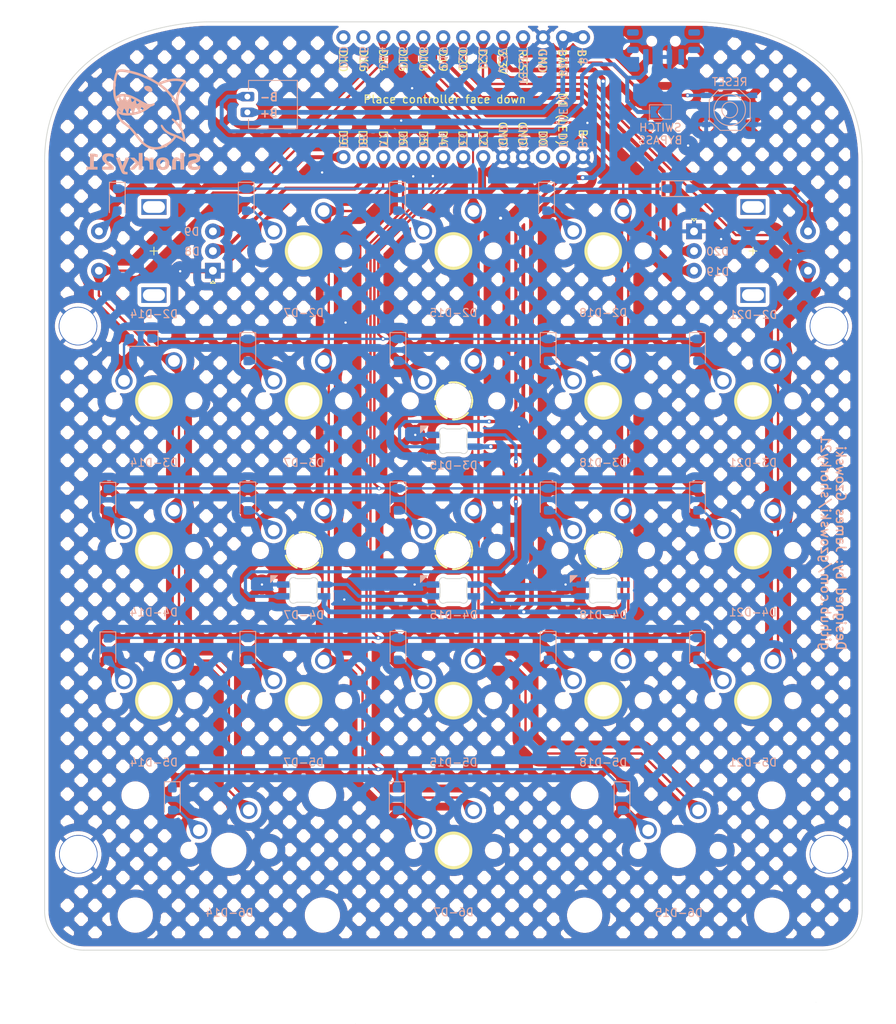
<source format=kicad_pcb>
(kicad_pcb (version 20241229) (generator "pcbnew") (generator_version "9.0")
  (title_block (title "Shorky21") (date "2024-10-05") (rev "1.0") (company "Gzowski.co.uk"))
  (layers (0 "F.Cu" signal) (2 "B.Cu" signal) (13 "F.Paste" user) (15 "B.Paste" user) (5 "F.SilkS" user "F.Silkscreen") (7 "B.SilkS" user "B.Silkscreen") (1 "F.Mask" user) (3 "B.Mask" user) (25 "Edge.Cuts" user))
  (net 0 "")
  (net 1 "GND")
  (net 2 "ROW1")
  (net 3 "ROW2")
  (net 4 "ROW3")
  (net 5 "ROW4")
  (net 6 "COL1")
  (net 7 "COL2")
  (net 8 "COL3")
  (net 9 "COL4")
  (net 10 "COL5")
  (net 11 "d-5")
  (net 12 "BT-")
  (net 13 "d-2")
  (net 14 "LED2")
  (net 15 "LED1")
  (net 16 "ROTA_2")
  (net 17 "ROTA")
  (net 18 "d-1")
  (net 19 "ROTB_2")
  (net 20 "LED3")
  (net 21 "VCC")
  (net 22 "d-3")
  (net 23 "d-4")
  (net 24 "d-8")
  (net 25 "RESET")
  (net 26 "ROTB")
  (net 27 "ROW5")
  (net 28 "LED4")
  (net 29 "d-6")
  (net 30 "d-9")
  (net 31 "d-10")
  (net 32 "d-7")
  (net 33 "d-16")
  (net 34 "d-17")
  (net 35 "BT+")
  (net 36 "d-11")
  (net 37 "d-12")
  (net 38 "d-13")
  (net 39 "d-18")
  (net 40 "d-19")
  (net 41 "d-21")
  (net 42 "d-22")
  (net 43 "d-23")
  (net 44 "d-15")
  (net 45 "d-20")
  (net 46 "d-14")
  (footprint "Button_Switch_Keyboard:SW_Cherry_MX_1.00u_PCB_LABEL" (layer "F.Cu") (at 114.594146 62.829183)
    (property "Reference" "D3-D21" (hide yes))
    (property "Value" "KEYSW")
  )
  (footprint "" (layer "F.Cu") (at 120.510496 125.546485)
    (property "Reference" "")
    (property "Value" "")
  )
  (footprint "Button_Switch_Keyboard:SW_Cherry_MX_1.00u_PCB_LABEL" (layer "F.Cu") (at 76.494146 100.929183)
    (property "Reference" "D5-D15" (hide yes))
    (property "Value" "KEYSW")
  )
  (footprint "Button_Switch_Keyboard:SW_Cherry_MX_1.00u_PCB_LABEL" (layer "F.Cu") (at 38.394146 62.829185)
    (property "Reference" "D3-D14" (hide yes))
    (property "Value" "KEYSW")
  )
  (footprint "Button_Switch_Keyboard:SW_Cherry_MX_2.00u_PCB_none_label" (layer "F.Cu") (at 47.918146 119.961185)
    (property "Reference" "D6-D14" (hide yes))
    (property "Value" "SW_Cherry_MX_2.00u_PCB_none_label")
  )
  (footprint "Button_Switch_Keyboard:SW_Cherry_MX_1.00u_PCB_LED_lines_LED_label" (layer "F.Cu") (at 76.487796 81.851883)
    (property "Reference" "D4-D15" (hide yes))
    (property "Value" "KEYSW" (hide yes))
    (fp_line (start -4.244999 10.857842) (end -4.244999 9.452158) (stroke (width 0.1)) (layer "Edge.Cuts"))
    (fp_line (start -3.339452 8.655) (end -1.750548 8.655) (stroke (width 0.1)) (layer "Edge.Cuts"))
    (fp_line (start -1.750548 11.654999) (end -3.339453 11.654999) (stroke (width 0.1)) (layer "Edge.Cuts"))
    (fp_line (start -0.845001 9.452158) (end -0.845001 10.857842) (stroke (width 0.1)) (layer "Edge.Cuts"))
    (fp_arc (start -4.294484 9.23528) (mid -4.257527 9.340932) (end -4.244999 9.452158) (stroke (width 0.1)) (layer "Edge.Cuts"))
    (fp_arc (start -4.294484 9.235281) (mid -4.183072 8.650965) (end -3.591711 8.586701) (stroke (width 0.1)) (layer "Edge.Cuts"))
    (fp_arc (start -4.244999 10.857843) (mid -4.257527 10.969068) (end -4.294484 11.07472) (stroke (width 0.1)) (layer "Edge.Cuts"))
    (fp_arc (start -3.591711 11.723298) (mid -4.183071 11.659034) (end -4.294484 11.07472) (stroke (width 0.1)) (layer "Edge.Cuts"))
    (fp_arc (start -3.591711 11.723298) (mid -3.470123 11.672376) (end -3.339453 11.654999) (stroke (width 0.1)) (layer "Edge.Cuts"))
    (fp_arc (start -3.339452 8.655) (mid -3.470123 8.637623) (end -3.591711 8.586701) (stroke (width 0.1)) (layer "Edge.Cuts"))
    (fp_arc (start -1.750547 11.655) (mid -1.619877 11.672377) (end -1.498289 11.723299) (stroke (width 0.1)) (layer "Edge.Cuts"))
    (fp_arc (start -1.49829 8.586701) (mid -1.619878 8.637623) (end -1.750548 8.655) (stroke (width 0.1)) (layer "Edge.Cuts"))
    (fp_arc (start -1.498289 8.586703) (mid -0.90693 8.650965) (end -0.795516 9.23528) (stroke (width 0.1)) (layer "Edge.Cuts"))
    (fp_arc (start -0.845001 9.452157) (mid -0.832472 9.340932) (end -0.795516 9.23528) (stroke (width 0.1)) (layer "Edge.Cuts"))
    (fp_arc (start -0.795516 11.07472) (mid -0.906928 11.659037) (end -1.498289 11.723299) (stroke (width 0.1)) (layer "Edge.Cuts"))
    (fp_arc (start -0.795516 11.07472) (mid -0.832481 10.969069) (end -0.845001 10.857842) (stroke (width 0.1)) (layer "Edge.Cuts"))
  )
  (footprint "Button_Switch_Keyboard:SW_Cherry_MX_1.00u_PCB_LABEL" (layer "F.Cu") (at 38.394146 100.929185)
    (property "Reference" "D5-D14" (hide yes))
    (property "Value" "KEYSW")
  )
  (footprint "Button_Switch_Keyboard:SW_Cherry_MX_1.00u_PCB_LABEL" (layer "F.Cu") (at 76.498146 119.971185)
    (property "Reference" "D6-D7" (hide yes))
    (property "Value" "KEYSW")
  )
  (footprint "Button_Switch_Keyboard:SW_Cherry_MX_1.00u_PCB_LABEL" (layer "F.Cu") (at 76.494146 43.779183)
    (property "Reference" "D2-D15" (hide yes))
    (property "Value" "KEYSW")
  )
  (footprint "Button_Switch_Keyboard:SW_Cherry_MX_1.00u_PCB_LABEL" (layer "F.Cu") (at 114.587796 81.851883)
    (property "Reference" "D4-D21" (hide yes))
    (property "Value" "KEYSW")
  )
  (footprint "Rotary_Encoder:RotaryEncoder_Alps_EC11E-Switch_Vertical_H20mm_MX_label2" (layer "F.Cu") (at 104.550496 46.366483)
    (property "Reference" "D2-D21" (hide yes))
    (property "Value" "RotaryEncoder_Alps_EC11E-Switch_Vertical_H20mm_MX_label2" (hide yes))
  )
  (footprint "ClaudeFoot:Pro_Micro_Footprint_CornePME" (layer "F.Cu") (at 73.920496 29.316483 -90)
    (property "Reference" "U1" (hide yes))
    (property "Value" "Universal_Pro_Micro")
  )
  (footprint "Button_Switch_Keyboard:SW_Cherry_MX_1.00u_PCB_LABEL" (layer "F.Cu") (at 95.544146 43.779183)
    (property "Reference" "D2-D18" (hide yes))
    (property "Value" "KEYSW")
  )
  (footprint "Button_Switch_Keyboard:SW_Cherry_MX_1.00u_PCB_LED_lines_LED_label" (layer "F.Cu") (at 57.431446 81.851885)
    (property "Reference" "D4-D7" (hide yes))
    (property "Value" "KEYSW" (hide yes))
    (fp_line (start -4.244999 10.857842) (end -4.244999 9.452158) (stroke (width 0.1)) (layer "Edge.Cuts"))
    (fp_line (start -3.339452 8.655) (end -1.750548 8.655) (stroke (width 0.1)) (layer "Edge.Cuts"))
    (fp_line (start -1.750548 11.654999) (end -3.339453 11.654999) (stroke (width 0.1)) (layer "Edge.Cuts"))
    (fp_line (start -0.845001 9.452158) (end -0.845001 10.857842) (stroke (width 0.1)) (layer "Edge.Cuts"))
    (fp_arc (start -4.294484 9.23528) (mid -4.257527 9.340932) (end -4.244999 9.452158) (stroke (width 0.1)) (layer "Edge.Cuts"))
    (fp_arc (start -4.294484 9.235281) (mid -4.183072 8.650965) (end -3.591711 8.586701) (stroke (width 0.1)) (layer "Edge.Cuts"))
    (fp_arc (start -4.244999 10.857843) (mid -4.257527 10.969068) (end -4.294484 11.07472) (stroke (width 0.1)) (layer "Edge.Cuts"))
    (fp_arc (start -3.591711 11.723298) (mid -4.183071 11.659034) (end -4.294484 11.07472) (stroke (width 0.1)) (layer "Edge.Cuts"))
    (fp_arc (start -3.591711 11.723298) (mid -3.470123 11.672376) (end -3.339453 11.654999) (stroke (width 0.1)) (layer "Edge.Cuts"))
    (fp_arc (start -3.339452 8.655) (mid -3.470123 8.637623) (end -3.591711 8.586701) (stroke (width 0.1)) (layer "Edge.Cuts"))
    (fp_arc (start -1.750547 11.655) (mid -1.619877 11.672377) (end -1.498289 11.723299) (stroke (width 0.1)) (layer "Edge.Cuts"))
    (fp_arc (start -1.49829 8.586701) (mid -1.619878 8.637623) (end -1.750548 8.655) (stroke (width 0.1)) (layer "Edge.Cuts"))
    (fp_arc (start -1.498289 8.586703) (mid -0.90693 8.650965) (end -0.795516 9.23528) (stroke (width 0.1)) (layer "Edge.Cuts"))
    (fp_arc (start -0.845001 9.452157) (mid -0.832472 9.340932) (end -0.795516 9.23528) (stroke (width 0.1)) (layer "Edge.Cuts"))
    (fp_arc (start -0.795516 11.07472) (mid -0.906928 11.659037) (end -1.498289 11.723299) (stroke (width 0.1)) (layer "Edge.Cuts"))
    (fp_arc (start -0.795516 11.07472) (mid -0.832481 10.969069) (end -0.845001 10.857842) (stroke (width 0.1)) (layer "Edge.Cuts"))
  )
  (footprint "Button_Switch_Keyboard:SW_Cherry_MX_1.00u_PCB_LABEL" (layer "F.Cu") (at 38.387796 81.851885)
    (property "Reference" "D4-D14" (hide yes))
    (property "Value" "KEYSW")
  )
  (footprint "Button_Switch_Keyboard:SW_Cherry_MX_1.00u_PCB_LABEL" (layer "F.Cu") (at 57.437796 43.779185)
    (property "Reference" "D2-D7" (hide yes))
    (property "Value" "KEYSW")
  )
  (footprint "Button_Switch_Keyboard:SW_Cherry_MX_1.00u_PCB_LED_lines_LED_label" (layer "F.Cu") (at 76.494146 62.829183)
    (property "Reference" "D3-D15" (hide yes))
    (property "Value" "KEYSW" (hide yes))
    (fp_line (start -4.244999 10.857842) (end -4.244999 9.452158) (stroke (width 0.1)) (layer "Edge.Cuts"))
    (fp_line (start -3.339452 8.655) (end -1.750548 8.655) (stroke (width 0.1)) (layer "Edge.Cuts"))
    (fp_line (start -1.750548 11.654999) (end -3.339453 11.654999) (stroke (width 0.1)) (layer "Edge.Cuts"))
    (fp_line (start -0.845001 9.452158) (end -0.845001 10.857842) (stroke (width 0.1)) (layer "Edge.Cuts"))
    (fp_arc (start -4.294484 9.23528) (mid -4.257527 9.340932) (end -4.244999 9.452158) (stroke (width 0.1)) (layer "Edge.Cuts"))
    (fp_arc (start -4.294484 9.235281) (mid -4.183072 8.650965) (end -3.591711 8.586701) (stroke (width 0.1)) (layer "Edge.Cuts"))
    (fp_arc (start -4.244999 10.857843) (mid -4.257527 10.969068) (end -4.294484 11.07472) (stroke (width 0.1)) (layer "Edge.Cuts"))
    (fp_arc (start -3.591711 11.723298) (mid -4.183071 11.659034) (end -4.294484 11.07472) (stroke (width 0.1)) (layer "Edge.Cuts"))
    (fp_arc (start -3.591711 11.723298) (mid -3.470123 11.672376) (end -3.339453 11.654999) (stroke (width 0.1)) (layer "Edge.Cuts"))
    (fp_arc (start -3.339452 8.655) (mid -3.470123 8.637623) (end -3.591711 8.586701) (stroke (width 0.1)) (layer "Edge.Cuts"))
    (fp_arc (start -1.750547 11.655) (mid -1.619877 11.672377) (end -1.498289 11.723299) (stroke (width 0.1)) (layer "Edge.Cuts"))
    (fp_arc (start -1.49829 8.586701) (mid -1.619878 8.637623) (end -1.750548 8.655) (stroke (width 0.1)) (layer "Edge.Cuts"))
    (fp_arc (start -1.498289 8.586703) (mid -0.90693 8.650965) (end -0.795516 9.23528) (stroke (width 0.1)) (layer "Edge.Cuts"))
    (fp_arc (start -0.845001 9.452157) (mid -0.832472 9.340932) (end -0.795516 9.23528) (stroke (width 0.1)) (layer "Edge.Cuts"))
    (fp_arc (start -0.795516 11.07472) (mid -0.906928 11.659037) (end -1.498289 11.723299) (stroke (width 0.1)) (layer "Edge.Cuts"))
    (fp_arc (start -0.795516 11.07472) (mid -0.832481 10.969069) (end -0.845001 10.857842) (stroke (width 0.1)) (layer "Edge.Cuts"))
  )
  (footprint "" (layer "F.Cu") (at 120.510496 58.406483)
    (property "Reference" "")
    (property "Value" "")
  )
  (footprint "Button_Switch_Keyboard:SW_Cherry_MX_1.00u_PCB_LABEL" (layer "F.Cu") (at 114.594146 100.929183)
    (property "Reference" "D5-D21" (hide yes))
    (property "Value" "KEYSW")
  )
  (footprint "Button_Switch_Keyboard:SW_Cherry_MX_1.00u_PCB_LABEL" (layer "F.Cu") (at 57.437796 62.829185)
    (property "Reference" "D3-D7" (hide yes))
    (property "Value" "KEYSW")
  )
  (footprint "Button_Switch_Keyboard:SW_Cherry_MX_1.00u_PCB_LABEL" (layer "F.Cu") (at 95.544146 62.829183)
    (property "Reference" "D3-D18" (hide yes))
    (property "Value" "KEYSW")
  )
  (footprint "" (layer "F.Cu") (at 27.430496 125.546483)
    (property "Reference" "")
    (property "Value" "")
  )
  (footprint "Rotary_Encoder:RotaryEncoder_Alps_EC11E-Switch_Vertical_H20mm_MX_label2" (layer "F.Cu") (at 43.350496 51.366483 180)
    (property "Reference" "D2-D14" (hide yes))
    (property "Value" "RotaryEncoder_Alps_EC11E-Switch_Vertical_H20mm_MX_label2" (hide yes))
  )
  (footprint "" (layer "F.Cu") (at 27.390496 58.406481)
    (property "Reference" "")
    (property "Value" "")
  )
  (footprint "Button_Switch_Keyboard:SW_Cherry_MX_2.00u_PCB_none_label" (layer "F.Cu") (at 105.078146 119.971185)
    (property "Reference" "D6-D15" (hide yes))
    (property "Value" "SW_Cherry_MX_2.00u_PCB_none_label")
  )
  (footprint "Button_Switch_Keyboard:SW_Cherry_MX_1.00u_PCB_LABEL" (layer "F.Cu") (at 57.437796 100.929185)
    (property "Reference" "D5-D7" (hide yes))
    (property "Value" "KEYSW")
  )
  (footprint "Button_Switch_Keyboard:SW_Cherry_MX_1.00u_PCB_LABEL" (layer "F.Cu") (at 95.544146 100.929183)
    (property "Reference" "D5-D18" (hide yes))
    (property "Value" "KEYSW")
  )
  (footprint "Button_Switch_Keyboard:SW_Cherry_MX_1.00u_PCB_LED_lines_LED_label" (layer "F.Cu") (at 95.537796 81.851883)
    (property "Reference" "D4-D18" (hide yes))
    (property "Value" "KEYSW" (hide yes))
    (fp_line (start -4.244999 10.857842) (end -4.244999 9.452158) (stroke (width 0.1)) (layer "Edge.Cuts"))
    (fp_line (start -3.339452 8.655) (end -1.750548 8.655) (stroke (width 0.1)) (layer "Edge.Cuts"))
    (fp_line (start -1.750548 11.654999) (end -3.339453 11.654999) (stroke (width 0.1)) (layer "Edge.Cuts"))
    (fp_line (start -0.845001 9.452158) (end -0.845001 10.857842) (stroke (width 0.1)) (layer "Edge.Cuts"))
    (fp_arc (start -4.294484 9.23528) (mid -4.257527 9.340932) (end -4.244999 9.452158) (stroke (width 0.1)) (layer "Edge.Cuts"))
    (fp_arc (start -4.294484 9.235281) (mid -4.183072 8.650965) (end -3.591711 8.586701) (stroke (width 0.1)) (layer "Edge.Cuts"))
    (fp_arc (start -4.244999 10.857843) (mid -4.257527 10.969068) (end -4.294484 11.07472) (stroke (width 0.1)) (layer "Edge.Cuts"))
    (fp_arc (start -3.591711 11.723298) (mid -4.183071 11.659034) (end -4.294484 11.07472) (stroke (width 0.1)) (layer "Edge.Cuts"))
    (fp_arc (start -3.591711 11.723298) (mid -3.470123 11.672376) (end -3.339453 11.654999) (stroke (width 0.1)) (layer "Edge.Cuts"))
    (fp_arc (start -3.339452 8.655) (mid -3.470123 8.637623) (end -3.591711 8.586701) (stroke (width 0.1)) (layer "Edge.Cuts"))
    (fp_arc (start -1.750547 11.655) (mid -1.619877 11.672377) (end -1.498289 11.723299) (stroke (width 0.1)) (layer "Edge.Cuts"))
    (fp_arc (start -1.49829 8.586701) (mid -1.619878 8.637623) (end -1.750548 8.655) (stroke (width 0.1)) (layer "Edge.Cuts"))
    (fp_arc (start -1.498289 8.586703) (mid -0.90693 8.650965) (end -0.795516 9.23528) (stroke (width 0.1)) (layer "Edge.Cuts"))
    (fp_arc (start -0.845001 9.452157) (mid -0.832472 9.340932) (end -0.795516 9.23528) (stroke (width 0.1)) (layer "Edge.Cuts"))
    (fp_arc (start -0.795516 11.07472) (mid -0.906928 11.659037) (end -1.498289 11.723299) (stroke (width 0.1)) (layer "Edge.Cuts"))
    (fp_arc (start -0.795516 11.07472) (mid -0.832481 10.969069) (end -0.845001 10.857842) (stroke (width 0.1)) (layer "Edge.Cuts"))
  )
  (footprint "Diode_SMD:D_SOD-123F" (layer "B.Cu") (at 66.833496 42.339483 -90)
    (property "Reference" "SD9" (hide yes))
    (property "Value" "1N4148W")
  )
  (footprint "Diode_SMD:D_SOD-123F" (layer "B.Cu") (at 66.790496 118.536483 -90)
    (property "Reference" "SD9" (hide yes))
    (property "Value" "1N4148W")
  )
  (footprint "Diode_SMD:D_SOD-123F" (layer "B.Cu") (at 104.990496 99.436483 -90)
    (property "Reference" "SD9" (hide yes))
    (property "Value" "1N4148W")
  )
  (footprint "Symbol:PTS526" (layer "B.Cu") (at 109.092996 30.928483 180)
    (property "Reference" "RESET")
    (property "Value" "PTS526")
  )
  (footprint "Diode_SMD:D_SOD-123F" (layer "B.Cu") (at 85.990496 99.436483 -90)
    (property "Reference" "SD9" (hide yes))
    (property "Value" "1N4148W")
  )
  (footprint "Diode_SMD:D_SOD-123F" (layer "B.Cu") (at 85.790496 42.336483 -90)
    (property "Reference" "SD9" (hide yes))
    (property "Value" "1N4148W")
  )
  (footprint "Diode_SMD:D_SOD-123F" (layer "B.Cu") (at 102.626996 40.937483)
    (property "Reference" "SD9" (hide yes))
    (property "Value" "1N4148W")
  )
  (footprint "Diode_SMD:D_SOD-123F" (layer "B.Cu") (at 85.990496 61.436483 -90)
    (property "Reference" "SD9" (hide yes))
    (property "Value" "1N4148W")
  )
  (footprint "Diode_SMD:D_SOD-123F" (layer "B.Cu") (at 29.990496 99.486483 -90)
    (property "Reference" "SD9" (hide yes))
    (property "Value" "1N4148W")
  )
  (footprint "Diode_SMD:D_SOD-123F" (layer "B.Cu") (at 104.990496 61.436483 -90)
    (property "Reference" "SD9" (hide yes))
    (property "Value" "1N4148W")
  )
  (footprint "Diode_SMD:D_SOD-123F" (layer "B.Cu") (at 34.160996 59.979483 180)
    (property "Reference" "SD9" (hide yes))
    (property "Value" "1N4148W")
  )
  (footprint "Diode_SMD:D_SOD-123F" (layer "B.Cu") (at 31.190496 42.336483 -90)
    (property "Reference" "SD9" (hide yes))
    (property "Value" "1N4148W" (hide yes))
  )
  (footprint "Diode_SMD:D_SOD-123F" (layer "B.Cu") (at 104.990496 80.436483 -90)
    (property "Reference" "SD9" (hide yes))
    (property "Value" "1N4148W")
  )
  (footprint "ClaudeFoot:MSK-12C02 Toggle Switch" (layer "B.Cu") (at 100.67 22.52)
    (property "Reference" "SW43" (hide yes))
    (property "Value" "PCM12SMTR")
  )
  (footprint "Diode_SMD:D_SOD-123F" (layer "B.Cu") (at 47.590496 42.336483 -90)
    (property "Reference" "SD9" (hide yes))
    (property "Value" "1N4148W")
  )
  (footprint "Diode_SMD:D_SOD-123F" (layer "B.Cu") (at 66.890496 61.436483 -90)
    (property "Reference" "SD9" (hide yes))
    (property "Value" "1N4148W")
  )
  (footprint "Diode_SMD:D_SOD-123F" (layer "B.Cu") (at 47.790496 80.436483 -90)
    (property "Reference" "SD9" (hide yes))
    (property "Value" "1N4148W")
  )
  (footprint "Diode_SMD:D_SOD-123F" (layer "B.Cu") (at 66.890496 80.436483 -90)
    (property "Reference" "SD9" (hide yes))
    (property "Value" "1N4148W")
  )
  (footprint "Diode_SMD:D_SOD-123F" (layer "B.Cu") (at 47.790496 99.436483 -90)
    (property "Reference" "SD9" (hide yes))
    (property "Value" "1N4148W")
  )
  (footprint "" (layer "B.Cu") (at 99.52 31.19)
    (property "Reference" "")
    (property "Value" "")
  )
  (footprint "Diode_SMD:D_SOD-123F" (layer "B.Cu") (at 95.390496 118.536483 -90)
    (property "Reference" "SD9" (hide yes))
    (property "Value" "1N4148W")
  )
  (footprint "Diode_SMD:D_SOD-123F" (layer "B.Cu") (at 66.890496 99.436483 -90)
    (property "Reference" "SD9" (hide yes))
    (property "Value" "1N4148W")
  )
  (footprint "ClaudeFoot:PH_S2B-PH2-K_1x02_P2.00mm_Horizontal" (layer "B.Cu") (at 47.740496 30.236483 -90)
    (property "Reference" "J2" (hide yes))
    (property "Value" "Conn_01x02_Socket")
  )
  (footprint "Diode_SMD:D_SOD-123F" (layer "B.Cu") (at 85.990496 80.436483 -90)
    (property "Reference" "SD9" (hide yes))
    (property "Value" "1N4148W")
  )
  (footprint "Diode_SMD:D_SOD-123F" (layer "B.Cu") (at 29.990496 80.486483 -90)
    (property "Reference" "SD9" (hide yes))
    (property "Value" "1N4148W")
  )
  (footprint "" (layer "B.Cu") (at 100.970001 31.190001)
    (property "Reference" "")
    (property "Value" "")
  )
  (footprint "Diode_SMD:D_SOD-123F" (layer "B.Cu") (at 38.190496 118.536483 -90)
    (property "Reference" "SD9" (hide yes))
    (property "Value" "1N4148W")
  )
  (footprint "Diode_SMD:D_SOD-123F" (layer "B.Cu") (at 47.790496 61.436483 -90)
    (property "Reference" "SD9" (hide yes))
    (property "Value" "1N4148W")
  )
  (footprint "LOGO" (layer "B.Cu") (at 35.276996 30.787483 180)
    (property "Reference" "G***" (hide yes))
    (property "Value" "LOGO" (hide yes))
  )
  (gr_rect (start 98.880001 30.280001) (end 101.660001 32.120001) (stroke (width 0.1)) (fill no) (layer "B.SilkS"))
  (gr_curve (pts (xy 21.940496 37.506483) (xy 21.940496 19.736483) (xy 42.540496 19.736483) (xy 42.540496 19.736483)) (stroke (width 0.1)) (layer "Edge.Cuts"))
  (gr_line (start 125.940496 132.736483) (end 125.940496 37.506483) (stroke (width 0.1)) (layer "Edge.Cuts"))
  (gr_line (start 120.940496 137.736483) (end 26.940496 137.736483) (stroke (width 0.1)) (layer "Edge.Cuts"))
  (gr_line (start 42.540496 19.736483) (end 105.340496 19.736483) (stroke (width 0.1)) (layer "Edge.Cuts"))
  (gr_line (start 21.940496 132.736483) (end 21.940496 37.506483) (stroke (width 0.1)) (layer "Edge.Cuts"))
  (gr_arc (start 125.940496 132.736483) (mid 124.47603 136.272017) (end 120.940496 137.736483) (stroke (width 0.1)) (layer "Edge.Cuts"))
  (gr_arc (start 26.940496 137.736483) (mid 23.404962 136.272017) (end 21.940496 132.736483) (stroke (width 0.1)) (layer "Edge.Cuts"))
  (gr_curve (pts (xy 125.940496 37.506483) (xy 125.940496 19.736483) (xy 105.340496 19.736483) (xy 105.340496 19.736483)) (stroke (width 0.1)) (layer "Edge.Cuts"))
  (gr_curve (pts (xy 61.479599 147.110785) (xy 61.479599 147.110785) (xy 61.479599 147.110785) (xy 61.479599 147.110785)) (stroke (width 0.05)) (layer "Edge.Cuts"))
  (gr_curve (pts (xy 120.058151 144.351787) (xy 120.058151 144.351787) (xy 120.058151 144.351787) (xy 120.058151 144.351787)) (stroke (width 0.05)) (layer "Edge.Cuts"))
  (gr_text "D16" (at 61.920496 23.116483 270) (layer "F.SilkS") (effects (font (size 1 1)) (justify left bottom)))
  (gr_text "D10\n" (at 59.320496 23.116483 270) (layer "F.SilkS") (effects (font (size 1 1)) (justify left bottom)))
  (gr_text "D9" (at 59.320496 35.516483 270) (layer "F.SilkS") (effects (font (size 1 1)) (justify right bottom)))
  (gr_text "B-" (at 89.836996 34.484483 270) (layer "F.SilkS") (effects (font (size 1 1)) (justify bottom)))
  (gr_text "D8" (at 61.820496 35.516483 270) (layer "F.SilkS") (effects (font (size 1 1)) (justify right bottom)))
  (gr_text "Place controller face down" (at 62.404996 30.166483 0) (layer "F.SilkS") (effects (font (size 1 1)) (justify left bottom)))
  (gr_text "D1 (LED)" (at 87.296996 28.896483 -90) (layer "B.SilkS") (effects (font (size 1 1)) (justify right bottom mirror)))
  (gr_text "D9" (at 41.726996 46.987483 0) (layer "B.SilkS") (effects (font (size 1 1)) (justify left bottom mirror)))
  (gr_text "BAT+" (at 87.296996 26.864483 -90) (layer "B.SilkS") (effects (font (size 1 1)) (justify left bottom mirror)))
  (gr_text "D8" (at 41.776996 49.512483 0) (layer "B.SilkS") (effects (font (size 1 1)) (justify left bottom mirror)))
  (gr_text "D0" (at 84.753496 33.722483 -90) (layer "B.SilkS") (effects (font (size 1 1)) (justify right bottom mirror)))
  (gr_text "D8" (at 61.853496 33.839483 -90) (layer "B.SilkS") (effects (font (size 1 1)) (justify right bottom mirror)))
  (gr_text "B-" (at 89.783496 34.738483 -90) (layer "B.SilkS") (effects (font (size 1 1)) (justify bottom mirror)))
  (gr_text "B+" (at 89.836996 24.070483 -90) (layer "B.SilkS") (effects (font (size 1 1)) (justify bottom mirror)))
  (gr_text "Designed by: James Gzowski\ngithub.com/gzowski/shorky21" (at 120.583496 99.769483 270) (layer "B.SilkS") (effects (font (size 1.2 1.2) (thickness 0.2) (bold yes)) (justify left bottom mirror)))
  (gr_text "D5" (at 69.553496 33.789483 -90) (layer "B.SilkS") (effects (font (size 1 1)) (justify right bottom mirror)))
  (gr_text "D10\n" (at 59.353496 25.798483 -90) (layer "B.SilkS") (effects (font (size 1 1)) (justify left bottom mirror)))
  (gr_text "D4" (at 72.053496 33.789483 -90) (layer "B.SilkS") (effects (font (size 1 1)) (justify right bottom mirror)))
  (gr_text "B+" (at 50.466996 31.944483 0) (layer "B.SilkS") (effects (font (size 1 1) (thickness 0.2) (bold yes)) (justify bottom mirror)))
  (gr_text "GND" (at 79.676996 32.706483 -90) (layer "B.SilkS") (effects (font (size 1 1)) (justify right bottom mirror)))
  (gr_text "D2" (at 77.153496 33.789483 -90) (layer "B.SilkS") (effects (font (size 1 1)) (justify right bottom mirror)))
  (gr_text "D15" (at 66.953496 25.848483 -90) (layer "B.SilkS") (effects (font (size 1 1)) (justify left bottom mirror)))
  (gr_text "Shorky21" (at 41.951996 38.862483 0) (layer "B.SilkS") (effects (font (size 2 2)) (justify left bottom mirror)))
  (gr_text "D9" (at 59.353496 33.839483 -90) (layer "B.SilkS") (effects (font (size 1 1)) (justify right bottom mirror)))
  (gr_text "D14" (at 64.453496 25.848483 -90) (layer "B.SilkS") (effects (font (size 1 1)) (justify left bottom mirror)))
  (gr_text "D18" (at 69.553496 25.848483 -90) (layer "B.SilkS") (effects (font (size 1 1)) (justify left bottom mirror)))
  (gr_text "D3" (at 74.553496 33.789483 -90) (layer "B.SilkS") (effects (font (size 1 1)) (justify right bottom mirror)))
  (gr_text "D16" (at 61.953496 25.798483 -90) (layer "B.SilkS") (effects (font (size 1 1)) (justify left bottom mirror)))
  (gr_text "D20" (at 109.101996 49.512483 0) (layer "B.SilkS") (effects (font (size 1 1)) (justify left bottom mirror)))
  (gr_text "D19" (at 72.053496 25.848483 -90) (layer "B.SilkS") (effects (font (size 1 1)) (justify left bottom mirror)))
  (gr_text "GND" (at 84.673496 26.209483 -90) (layer "B.SilkS") (effects (font (size 1 1)) (justify left bottom mirror)))
  (gr_text "D19" (at 109.126996 52.087483 0) (layer "B.SilkS") (effects (font (size 1 1)) (justify left bottom mirror)))
  (gr_text "D6" (at 66.953496 33.789483 -90) (layer "B.SilkS") (effects (font (size 1 1)) (justify right bottom mirror)))
  (gr_text "SWITCH\nBYPASS" (at 100.26 35.37 0) (layer "B.SilkS") (effects (font (size 1 1)) (justify bottom mirror)))
  (gr_text "3.3V" (at 79.653496 26.356483 -90) (layer "B.SilkS") (effects (font (size 1 1)) (justify left bottom mirror)))
  (gr_text "RESET" (at 82.216996 27.626483 -90) (layer "B.SilkS") (effects (font (size 1 1)) (justify left bottom mirror)))
  (gr_text "GND" (at 82.216996 32.706483 -90) (layer "B.SilkS") (effects (font (size 1 1)) (justify right bottom mirror)))
  (gr_text "D21" (at 77.093496 25.848483 -90) (layer "B.SilkS") (effects (font (size 1 1)) (justify left bottom mirror)))
  (gr_text "D7" (at 64.453496 33.789483 -90) (layer "B.SilkS") (effects (font (size 1 1)) (justify right bottom mirror)))
  (gr_text "D20" (at 74.553496 25.848483 -90) (layer "B.SilkS") (effects (font (size 1 1)) (justify left bottom mirror)))
  (segment (start 43.280496 51.436483) (end 39.190496 51.436483) (width 0.5) (layer "F.Cu") (net 1))
  (segment (start 82.780496 37.246483) (end 82.780496 36.966483) (width 0.5) (layer "F.Cu") (net 1))
  (segment (start 104.580496 46.336483) (end 104.550496 46.366483) (width 0.5) (layer "F.Cu") (net 1))
  (segment (start 106.990496 46.336483) (end 104.580496 46.336483) (width 0.5) (layer "F.Cu") (net 1))
  (segment (start 82.780496 36.966483) (end 82.810496 36.936483) (width 0.5) (layer "F.Cu") (net 1))
  (segment (start 43.350496 51.366483) (end 43.280496 51.436483) (width 0.5) (layer "F.Cu") (net 1))
  (segment (start 107.996746 47.342733) (end 106.990496 46.336483) (width 0.5) (layer "F.Cu") (net 1))
  (via (at 78.863496 93.509483) (size 0.6) (drill 0.3) (layers "F.Cu" "B.Cu") (net 1))
  (via (at 67.3 32.29) (size 0.6) (drill 0.3) (layers "F.Cu" "B.Cu") (net 1))
  (via (at 57.243496 38.879483) (size 0.6) (drill 0.3) (layers "F.Cu" "B.Cu") (net 1))
  (via (at 49.590496 91.256885) (size 0.5) (drill 0.3) (layers "F.Cu" "B.Cu") (net 1))
  (via (at 107.996746 47.342733) (size 0.5) (drill 0.3) (layers "F.Cu" "B.Cu") (net 1))
  (via (at 71.333496 39.339483) (size 0.6) (drill 0.3) (layers "F.Cu" "B.Cu") (net 1))
  (via (at 69.010896 91.256883) (size 0.5) (drill 0.3) (layers "F.Cu" "B.Cu") (net 1))
  (via (at 60.063496 93.159483) (size 0.6) (drill 0.3) (layers "F.Cu" "B.Cu") (net 1))
  (via (at 90.99 32.58) (size 0.6) (drill 0.3) (layers "F.Cu" "B.Cu") (net 1))
  (via (at 88.210896 91.256883) (size 0.5) (drill 0.3) (layers "F.Cu" "B.Cu") (net 1))
  (via (at 60.226996 57.962483) (size 0.6) (drill 0.3) (layers "F.Cu" "B.Cu") (net 1))
  (via (at 68.833496 39.369483) (size 0.6) (drill 0.3) (layers "F.Cu" "B.Cu") (net 1))
  (via (at 39.190496 51.436483) (size 0.5) (drill 0.3) (layers "F.Cu" "B.Cu") (net 1))
  (via (at 82.313496 71.189483) (size 0.6) (drill 0.3) (layers "F.Cu" "B.Cu") (net 1))
  (via (at 68.693496 28.169483) (size 0.6) (drill 0.3) (layers "F.Cu" "B.Cu") (net 1))
  (via (at 69.090496 72.236483) (size 0.5) (drill 0.3) (layers "F.Cu" "B.Cu") (net 1))
  (via (at 103.8 35.46) (size 0.6) (drill 0.3) (layers "F.Cu" "B.Cu") (net 1))
  (via (at 79.940496 44.686483) (size 0.6) (drill 0.4) (layers "F.Cu" "B.Cu") (net 1))
  (segment (start 90.400496 36.906483) (end 90.430496 36.936483) (width 0.5) (layer "B.Cu") (net 1))
  (segment (start 68.990496 91.236483) (end 69.010896 91.256883) (width 0.3) (layer "B.Cu") (net 1))
  (segment (start 90.392796 91.256883) (end 88.210896 91.256883) (width 0.3) (layer "B.Cu") (net 1))
  (segment (start 71.349146 72.234183) (end 69.092796 72.234183) (width 0.3) (layer "B.Cu") (net 1))
  (segment (start 112.092996 32.778483) (end 106.092996 32.778483) (width 0.3) (layer "B.Cu") (net 1))
  (segment (start 71.342796 91.256883) (end 69.010896 91.256883) (width 0.3) (layer "B.Cu") (net 1))
  (segment (start 52.286446 91.256885) (end 49.590496 91.256885) (width 0.3) (layer "B.Cu") (net 1))
  (segment (start 69.092796 72.234183) (end 69.090496 72.236483) (width 0.3) (layer "B.Cu") (net 1))
  (segment (start 88.190496 91.236483) (end 88.210896 91.256883) (width 0.3) (layer "B.Cu") (net 1))
  (segment (start 49.490496 91.236483) (end 49.510898 91.256885) (width 0.3) (layer "B.Cu") (net 1))
  (segment (start 85.350496 21.696483) (end 85.320496 21.726483) (width 0.5) (layer "B.Cu") (net 1))
  (segment (start 49.590496 91.256885) (end 49.510898 91.256885) (width 0.3) (layer "B.Cu") (net 1))
  (segment (start 31.190496 40.936483) (end 31.490496 40.636483) (width 0.3) (layer "B.Cu") (net 2))
  (segment (start 85.890496 41.036483) (end 85.790496 40.936483) (width 0.2) (layer "B.Cu") (net 2))
  (segment (start 77.690496 40.936483) (end 77.890496 40.936483) (width 0.3) (layer "B.Cu") (net 2))
  (segment (start 66.833496 40.939483) (end 77.887496 40.939483) (width 0.3) (layer "B.Cu") (net 2))
  (segment (start 85.964496 40.962483) (end 85.890496 41.036483) (width 0.3) (layer "B.Cu") (net 2))
  (segment (start 77.887496 40.939483) (end 77.890496 40.936483) (width 0.3) (layer "B.Cu") (net 2))
  (segment (start 77.730496 36.936483) (end 77.700496 36.966483) (width 0.3) (layer "B.Cu") (net 2))
  (segment (start 77.700496 36.966483) (end 77.700496 40.926483) (width 0.3) (layer "B.Cu") (net 2))
  (segment (start 77.700496 40.926483) (end 77.690496 40.936483) (width 0.3) (layer "B.Cu") (net 2))
  (segment (start 100.790496 40.936483) (end 100.940496 41.086483) (width 0.3) (layer "B.Cu") (net 2))
  (segment (start 101.240496 41.036483) (end 101.166496 40.962483) (width 0.3) (layer "B.Cu") (net 2))
  (segment (start 31.190496 40.936483) (end 47.590496 40.936483) (width 0.3) (layer "B.Cu") (net 2))
  (segment (start 64.393496 40.939483) (end 66.833496 40.939483) (width 0.3) (layer "B.Cu") (net 2))
  (segment (start 47.590496 40.936483) (end 64.390496 40.936483) (width 0.3) (layer "B.Cu") (net 2))
  (segment (start 101.166496 40.962483) (end 85.964496 40.962483) (width 0.3) (layer "B.Cu") (net 2))
  (segment (start 77.890496 40.936483) (end 85.790496 40.936483) (width 0.3) (layer "B.Cu") (net 2))
  (segment (start 31.490496 40.636483) (end 31.590496 40.636483) (width 0.3) (layer "B.Cu") (net 2))
  (segment (start 64.390496 40.936483) (end 64.393496 40.939483) (width 0.3) (layer "B.Cu") (net 2))
  (segment (start 75.160496 38.166483) (end 64.393496 48.933483) (width 0.3) (layer "F.Cu") (net 3))
  (segment (start 64.393496 59.439483) (end 64.990496 60.036483) (width 0.3) (layer "F.Cu") (net 3))
  (segment (start 75.160496 36.966483) (end 75.160496 38.166483) (width 0.3) (layer "F.Cu") (net 3))
  (segment (start 75.190496 36.936483) (end 75.160496 36.966483) (width 0.3) (layer "F.Cu") (net 3))
  (segment (start 64.393496 48.933483) (end 64.393496 59.439483) (width 0.3) (layer "F.Cu") (net 3))
  (via (at 64.990496 60.036483) (size 0.5) (drill 0.3) (layers "F.Cu" "B.Cu") (net 3))
  (segment (start 47.790496 60.036483) (end 66.890496 60.036483) (width 0.3) (layer "B.Cu") (net 3))
  (segment (start 47.790496 60.036483) (end 35.617996 60.036483) (width 0.3) (layer "B.Cu") (net 3))
  (segment (start 66.890496 60.036483) (end 85.990496 60.036483) (width 0.3) (layer "B.Cu") (net 3))
  (segment (start 35.617996 60.036483) (end 35.560996 59.979483) (width 0.3) (layer "B.Cu") (net 3))
  (segment (start 85.990496 60.036483) (end 104.990496 60.036483) (width 0.3) (layer "B.Cu") (net 3))
  (segment (start 63.892496 48.725963) (end 63.892496 78.438483) (width 0.3) (layer "F.Cu") (net 4))
  (segment (start 72.650496 36.936483) (end 72.620496 36.966483) (width 0.3) (layer "F.Cu") (net 4))
  (segment (start 72.620496 36.966483) (end 72.620496 39.997963) (width 0.3) (layer "F.Cu") (net 4))
  (segment (start 63.892496 78.438483) (end 64.490496 79.036483) (width 0.3) (layer "F.Cu") (net 4))
  (segment (start 72.620496 39.997963) (end 63.892496 48.725963) (width 0.3) (layer "F.Cu") (net 4))
  (via (at 64.490496 79.036483) (size 0.5) (drill 0.3) (layers "F.Cu" "B.Cu") (net 4))
  (segment (start 104.990496 79.036483) (end 85.990496 79.036483) (width 0.3) (layer "B.Cu") (net 4))
  (segment (start 66.890496 79.036483) (end 47.790496 79.036483) (width 0.3) (layer "B.Cu") (net 4))
  (segment (start 30.040496 79.036483) (end 29.990496 79.086483) (width 0.3) (layer "B.Cu") (net 4))
  (segment (start 47.790496 79.036483) (end 30.040496 79.036483) (width 0.3) (layer "B.Cu") (net 4))
  (segment (start 85.990496 79.036483) (end 66.890496 79.036483) (width 0.3) (layer "B.Cu") (net 4))
  (segment (start 63.391496 97.037483) (end 64.390496 98.036483) (width 0.3) (layer "F.Cu") (net 5))
  (segment (start 70.080496 41.829443) (end 63.391496 48.518443) (width 0.3) (layer "F.Cu") (net 5))
  (segment (start 63.391496 48.518443) (end 63.391496 97.037483) (width 0.3) (layer "F.Cu") (net 5))
  (segment (start 70.080496 37.756483) (end 70.080496 41.829443) (width 0.3) (layer "F.Cu") (net 5))
  (via (at 64.390496 98.036483) (size 0.5) (drill 0.3) (layers "F.Cu" "B.Cu") (net 5))
  (segment (start 64.390496 98.036483) (end 66.890496 98.036483) (width 0.3) (layer "B.Cu") (net 5))
  (segment (start 30.040496 98.036483) (end 29.990496 98.086483) (width 0.3) (layer "B.Cu") (net 5))
  (segment (start 85.990496 98.036483) (end 104.990496 98.036483) (width 0.3) (layer "B.Cu") (net 5))
  (segment (start 47.790496 98.036483) (end 64.390496 98.036483) (width 0.3) (layer "B.Cu") (net 5))
  (segment (start 47.790496 98.036483) (end 30.040496 98.036483) (width 0.3) (layer "B.Cu") (net 5))
  (segment (start 66.890496 98.036483) (end 85.990496 98.036483) (width 0.3) (layer "B.Cu") (net 5))
  (segment (start 43.251698 100.929185) (end 45.386996 103.064483) (width 0.3) (layer "F.Cu") (net 6))
  (segment (start 45.386996 117.430035) (end 47.918146 119.961185) (width 0.3) (layer "F.Cu") (net 6))
  (segment (start 28.850496 54.523983) (end 37.155698 62.829185) (width 0.3) (layer "F.Cu") (net 6))
  (segment (start 39.036996 82.501085) (end 39.036996 100.286335) (width 0.3) (layer "F.Cu") (net 6))
  (segment (start 38.387796 81.851885) (end 39.036996 82.501085) (width 0.4) (layer "F.Cu") (net 6))
  (segment (start 38.394146 100.929185) (end 43.251698 100.929185) (width 0.3) (layer "F.Cu") (net 6))
  (segment (start 39.036996 63.472035) (end 39.036996 81.202685) (width 0.3) (layer "F.Cu") (net 6))
  (segment (start 38.394146 62.829185) (end 39.036996 63.472035) (width 0.3) (layer "F.Cu") (net 6))
  (segment (start 65.000496 24.826483) (end 48.390496 41.436483) (width 0.3) (layer "F.Cu") (net 6))
  (segment (start 37.155698 62.829185) (end 38.394146 62.829185) (width 0.3) (layer "F.Cu") (net 6))
  (segment (start 43.380496 41.436483) (end 33.450496 51.366483) (width 0.3) (layer "F.Cu") (net 6))
  (segment (start 45.386996 103.064483) (end 45.386996 117.430035) (width 0.3) (layer "F.Cu") (net 6))
  (segment (start 48.390496 41.436483) (end 43.380496 41.436483) (width 0.3) (layer "F.Cu") (net 6))
  (segment (start 65.000496 22.516483) (end 65.000496 24.826483) (width 0.3) (layer "F.Cu") (net 6))
  (segment (start 39.036996 81.202685) (end 38.387796 81.851885) (width 0.3) (layer "F.Cu") (net 6))
  (segment (start 39.036996 100.286335) (end 38.394146 100.929185) (width 0.3) (layer "F.Cu") (net 6))
  (segment (start 38.387796 81.851885) (end 38.890496 82.354585) (width 0.4) (layer "F.Cu") (net 6))
  (segment (start 33.450496 51.366483) (end 28.890496 51.366483) (width 0.3) (layer "F.Cu") (net 6))
  (segment (start 28.850496 51.366483) (end 28.850496 54.523983) (width 0.3) (layer "F.Cu") (net 6))
  (segment (start 58.086996 100.279985) (end 57.437796 100.929185) (width 0.3) (layer "F.Cu") (net 7))
  (segment (start 62.389496 102.302483) (end 61.016198 100.929185) (width 0.3) (layer "F.Cu") (net 7))
  (segment (start 58.086996 62.179985) (end 57.437796 62.829185) (width 0.3) (layer "F.Cu") (net 7))
  (segment (start 61.947794 43.779185) (end 65.000496 40.726483) (width 0.3) (layer "F.Cu") (net 7))
  (segment (start 61.016198 100.929185) (end 57.437796 100.929185) (width 0.3) (layer "F.Cu") (net 7))
  (segment (start 58.086996 82.507435) (end 58.086996 100.279985) (width 0.3) (layer "F.Cu") (net 7))
  (segment (start 58.086996 81.196335) (end 57.431446 81.851885) (width 0.3) (layer "F.Cu") (net 7))
  (segment (start 65.290496 118.336483) (end 62.389496 115.435483) (width 0.3) (layer "F.Cu") (net 7))
  (segment (start 57.437796 43.779185) (end 58.086996 44.428385) (width 0.3) (layer "F.Cu") (net 7))
  (segment (start 58.086996 44.428385) (end 58.086996 62.179985) (width 0.3) (layer "F.Cu") (net 7))
  (segment (start 58.086996 63.478385) (end 58.086996 81.196335) (width 0.3) (layer "F.Cu") (net 7))
  (segment (start 74.863444 118.336483) (end 65.290496 118.336483) (width 0.3) (layer "F.Cu") (net 7))
  (segment (start 57.437796 62.829185) (end 58.086996 63.478385) (width 0.3) (layer "F.Cu") (net 7))
  (segment (start 57.437796 43.779185) (end 61.947794 43.779185) (width 0.3) (layer "F.Cu") (net 7))
  (segment (start 62.389496 115.435483) (end 62.389496 102.302483) (width 0.3) (layer "F.Cu") (net 7))
  (segment (start 58.090496 44.431885) (end 57.437796 43.779185) (width 0.4) (layer "F.Cu") (net 7))
  (segment (start 76.498146 119.971185) (end 74.863444 118.336483) (width 0.3) (layer "F.Cu") (net 7))
  (segment (start 57.431446 81.851885) (end 58.086996 82.507435) (width 0.3) (layer "F.Cu") (net 7))
  (segment (start 65.000496 40.726483) (end 65.000496 36.966483) (width 0.3) (layer "F.Cu") (net 7))
  (segment (start 65.000496 36.966483) (end 65.030496 36.936483) (width 0.3) (layer "F.Cu") (net 7))
  (segment (start 81.173696 100.929183) (end 83.116996 102.872483) (width 0.3) (layer "F.Cu") (net 8))
  (segment (start 76.440496 33.886483) (end 67.540496 24.986483) (width 0.3) (layer "F.Cu") (net 8))
  (segment (start 77.136996 100.286333) (end 76.494146 100.929183) (width 0.3) (layer "F.Cu") (net 8))
  (segment (start 76.440496 37.969483) (end 76.440496 43.725533) (width 0.3) (layer "F.Cu") (net 8))
  (segment (start 76.494146 100.929183) (end 81.173696 100.929183) (width 0.3) (layer "F.Cu") (net 8))
  (segment (start 76.494146 62.829183) (end 77.136996 63.472033) (width 0.3) (layer "F.Cu") (net 8))
  (segment (start 76.449496 43.734533) (end 76.494146 43.779183) (width 0.3) (layer "F.Cu") (net 8))
  (segment (start 76.440496 35.889483) (end 76.440496 33.886483) (width 0.3) (layer "F.Cu") (net 8))
  (segment (start 97.843444 112.736483) (end 105.078146 119.971185) (width 0.3) (layer "F.Cu") (net 8))
  (segment (start 77.390996 61.932333) (end 76.494146 62.829183) (width 0.3) (layer "F.Cu") (net 8))
  (segment (start 77.136996 44.422033) (end 77.136996 61.932333) (width 0.3) (layer "F.Cu") (net 8))
  (segment (start 76.494146 43.779183) (end 77.136996 44.422033) (width 0.3) (layer "F.Cu") (net 8))
  (segment (start 83.116996 110.962483) (end 84.890996 112.736483) (width 0.3) (layer "F.Cu") (net 8))
  (segment (start 77.136996 81.202683) (end 76.487796 81.851883) (width 0.3) (layer "F.Cu") (net 8))
  (segment (start 76.440496 43.725533) (end 76.494146 43.779183) (width 0.3) (layer "F.Cu") (net 8))
  (segment (start 67.540496 24.986483) (end 67.540496 22.516483) (width 0.3) (layer "F.Cu") (net 8))
  (segment (start 84.890996 112.736483) (end 97.843444 112.736483) (width 0.3) (layer "F.Cu") (net 8))
  (segment (start 76.487796 81.851883) (end 77.136996 82.501083) (width 0.3) (layer "F.Cu") (net 8))
  (segment (start 76.440496 35.889483) (end 76.440496 37.969483) (width 0.25) (layer "F.Cu") (net 8))
  (segment (start 76.440496 43.136483) (end 76.494146 43.190133) (width 0.3) (layer "F.Cu") (net 8))
  (segment (start 77.136996 63.472033) (end 77.136996 81.202683) (width 0.3) (layer "F.Cu") (net 8))
  (segment (start 77.136996 82.501083) (end 77.136996 100.286333) (width 0.3) (layer "F.Cu") (net 8))
  (segment (start 83.116996 102.872483) (end 83.116996 110.962483) (width 0.3) (layer "F.Cu") (net 8))
  (segment (start 77.790496 32.536483) (end 70.080496 24.826483) (width 0.3) (layer "F.Cu") (net 9))
  (segment (start 95.544146 43.779183) (end 96.186996 44.422033) (width 0.3) (layer "F.Cu") (net 9))
  (segment (start 96.186996 100.286333) (end 95.544146 100.929183) (width 0.3) (layer "F.Cu") (net 9))
  (segment (start 95.537796 81.851883) (end 96.186996 82.501083) (width 0.3) (layer "F.Cu") (net 9))
  (segment (start 89.08186 32.536483) (end 77.790496 32.536483) (width 0.3) (layer "F.Cu") (net 9))
  (segment (start 95.544146 62.829183) (end 96.186996 63.472033) (width 0.3) (layer "F.Cu") (net 9))
  (segment (start 96.186996 44.422033) (end 96.186996 62.186333) (width 0.3) (layer "F.Cu") (net 9))
  (segment (start 96.186996 62.186333) (end 95.544146 62.829183) (width 0.3) (layer "F.Cu") (net 9))
  (segment (start 96.186996 63.472033) (end 96.186996 81.202683) (width 0.3) (layer "F.Cu") (net 9))
  (segment (start 96.186996 81.202683) (end 95.537796 81.851883) (width 0.3) (layer "F.Cu") (net 9))
  (segment (start 96.186996 82.501083) (end 96.186996 100.286333) (width 0.3) (layer "F.Cu") (net 9))
  (segment (start 95.544146 43.779183) (end 95.544146 38.998769) (width 0.3) (layer "F.Cu") (net 9))
  (segment (start 70.080496 24.826483) (end 70.080496 22.516483) (width 0.3) (layer "F.Cu") (net 9))
  (segment (start 95.544146 38.998769) (end 89.08186 32.536483) (width 0.3) (layer "F.Cu") (net 9))
  (segment (start 77.700496 21.726483) (end 77.700496 26.919983) (width 0.3) (layer "F.Cu") (net 10))
  (segment (start 78.406996 27.626483) (end 90.680496 27.626483) (width 0.3) (layer "F.Cu") (net 10))
  (segment (start 115.236996 57.255983) (end 119.050496 53.442483) (width 0.3) (layer "F.Cu") (net 10))
  (segment (start 115.236996 100.286333) (end 115.236996 82.501083) (width 0.3) (layer "F.Cu") (net 10))
  (segment (start 114.594146 62.829183) (end 115.236996 62.186333) (width 0.3) (layer "F.Cu") (net 10))
  (segment (start 115.236996 81.202683) (end 115.236996 63.472033) (width 0.3) (layer "F.Cu") (net 10))
  (segment (start 114.587796 81.851883) (end 115.236996 81.202683) (width 0.3) (layer "F.Cu") (net 10))
  (segment (start 114.594146 100.929183) (end 115.236996 100.286333) (width 0.3) (layer "F.Cu") (net 10))
  (segment (start 77.730496 21.696483) (end 77.700496 21.726483) (width 0.3) (layer "F.Cu") (net 10))
  (segment (start 77.700496 26.919983) (end 78.406996 27.626483) (width 0.3) (layer "F.Cu") (net 10))
  (segment (start 119.050496 53.442483) (end 119.050496 51.366483) (width 0.3) (layer "F.Cu") (net 10))
  (segment (start 114.583496 62.818533) (end 114.594146 62.829183) (width 0.3) (layer "F.Cu") (net 10))
  (segment (start 115.236996 82.501083) (end 114.587796 81.851883) (width 0.3) (layer "F.Cu") (net 10))
  (segment (start 109.890496 46.836483) (end 114.520496 46.836483) (width 0.3) (layer "F.Cu") (net 10))
  (segment (start 114.520496 46.836483) (end 119.050496 51.366483) (width 0.3) (layer "F.Cu") (net 10))
  (segment (start 115.236996 62.186333) (end 115.236996 57.255983) (width 0.3) (layer "F.Cu") (net 10))
  (segment (start 115.236996 63.472033) (end 114.594146 62.829183) (width 0.3) (layer "F.Cu") (net 10))
  (segment (start 90.680496 27.626483) (end 109.890496 46.836483) (width 0.3) (layer "F.Cu") (net 10))
  (segment (start 119.240496 46.336483) (end 119.050496 46.146483) (width 0.3) (layer "B.Cu") (net 11))
  (segment (start 103.864496 40.962483) (end 103.740496 41.086483) (width 0.3) (layer "B.Cu") (net 11))
  (segment (start 119.050496 46.146483) (end 119.050496 43.096483) (width 0.3) (layer "B.Cu") (net 11))
  (segment (start 116.916496 40.962483) (end 103.864496 40.962483) (width 0.3) (layer "B.Cu") (net 11))
  (segment (start 119.050496 43.096483) (end 116.916496 40.962483) (width 0.3) (layer "B.Cu") (net 11))
  (segment (start 94.36 25.14) (end 96.05 26.83) (width 0.5) (layer "B.Cu") (net 12))
  (segment (start 98.42 26.07) (end 98.42 24.23) (width 0.5) (layer "B.Cu") (net 12))
  (segment (start 47.690496 29.186483) (end 47.740496 29.236483) (width 0.5) (layer "B.Cu") (net 12))
  (segment (start 96.05 29.85) (end 97.39 31.19) (width 0.5) (layer "B.Cu") (net 12))
  (segment (start 97.66 26.83) (end 98.42 26.07) (width 0.5) (layer "B.Cu") (net 12))
  (segment (start 90.3 30.07) (end 90.3 26.54) (width 0.5) (layer "B.Cu") (net 12))
  (segment (start 90.3 26.54) (end 91.7 25.14) (width 0.5) (layer "B.Cu") (net 12))
  (segment (start 45.263517 29.236483) (end 44.47 30.03) (width 0.5) (layer "B.Cu") (net 12))
  (segment (start 86.73 33.64) (end 90.3 30.07) (width 0.5) (layer "B.Cu") (net 12))
  (segment (start 97.39 31.19) (end 98.17 31.19) (width 0.5) (layer "B.Cu") (net 12))
  (segment (start 99.02 31.19) (end 98.17 31.19) (width 0.5) (layer "B.Cu") (net 12))
  (segment (start 44.47 32.61) (end 45.5 33.64) (width 0.5) (layer "B.Cu") (net 12))
  (segment (start 98.17 31.19) (end 97.48 31.19) (width 0.5) (layer "B.Cu") (net 12))
  (segment (start 91.7 25.14) (end 94.36 25.14) (width 0.5) (layer "B.Cu") (net 12))
  (segment (start 45.5 33.64) (end 86.73 33.64) (width 0.5) (layer "B.Cu") (net 12))
  (segment (start 96.05 26.83) (end 97.66 26.83) (width 0.5) (layer "B.Cu") (net 12))
  (segment (start 47.740496 29.236483) (end 45.263517 29.236483) (width 0.5) (layer "B.Cu") (net 12))
  (segment (start 96.05 29.85) (end 96.05 26.83) (width 0.5) (layer "B.Cu") (net 12))
  (segment (start 44.47 30.03) (end 44.47 32.61) (width 0.5) (layer "B.Cu") (net 12))
  (segment (start 51.087796 46.319185) (end 48.505094 43.736483) (width 0.3) (layer "B.Cu") (net 13))
  (segment (start 48.505094 43.736483) (end 47.590496 43.736483) (width 0.3) (layer "B.Cu") (net 13))
  (segment (start 81.890496 75.636483) (end 81.890496 80.736483) (width 0.4) (layer "F.Cu") (net 14))
  (via (at 81.890496 80.736483) (size 0.5) (drill 0.3) (layers "F.Cu" "B.Cu") (net 14))
  (via (at 81.890496 75.636483) (size 0.5) (drill 0.3) (layers "F.Cu" "B.Cu") (net 14))
  (segment (start 47.490496 92.136483) (end 48.110898 92.756885) (width 0.4) (layer "B.Cu") (net 14))
  (segment (start 47.490496 90.436483) (end 47.490496 92.136483) (width 0.4) (layer "B.Cu") (net 14))
  (segment (start 80.498196 72.234183) (end 81.890496 73.626483) (width 0.4) (layer "B.Cu") (net 14))
  (segment (start 48.110898 92.756885) (end 52.286446 92.756885) (width 0.4) (layer "B.Cu") (net 14))
  (segment (start 81.890496 73.626483) (end 81.890496 75.636483) (width 0.4) (layer "B.Cu") (net 14))
  (segment (start 57.290496 89.636483) (end 48.290496 89.636483) (width 0.4) (layer "B.Cu") (net 14))
  (segment (start 76.549146 72.234183) (end 80.498196 72.234183) (width 0.4) (layer "B.Cu") (net 14))
  (segment (start 81.890496 87.736483) (end 81.890496 80.736483) (width 0.4) (layer "B.Cu") (net 14))
  (segment (start 81.390496 88.236483) (end 81.890496 87.736483) (width 0.4) (layer "B.Cu") (net 14))
  (segment (start 79.990496 89.636483) (end 81.390496 88.236483) (width 0.4) (layer "B.Cu") (net 14))
  (segment (start 57.290496 89.636483) (end 79.990496 89.636483) (width 0.4) (layer "B.Cu") (net 14))
  (segment (start 48.290496 89.636483) (end 47.490496 90.436483) (width 0.4) (layer "B.Cu") (net 14))
  (segment (start 81.890496 69.136483) (end 80.990496 70.036483) (width 0.4) (layer "F.Cu") (net 15))
  (segment (start 87.890496 39.336483) (end 81.890496 45.336483) (width 0.4) (layer "F.Cu") (net 15))
  (segment (start 80.490496 70.536483) (end 78.490496 70.536483) (width 0.4) (layer "F.Cu") (net 15))
  (segment (start 87.860496 37.756483) (end 87.890496 37.786483) (width 0.4) (layer "F.Cu") (net 15))
  (segment (start 81.890496 68.236483) (end 81.890496 69.136483) (width 0.4) (layer "F.Cu") (net 15))
  (segment (start 80.990496 70.036483) (end 80.490496 70.536483) (width 0.4) (layer "F.Cu") (net 15))
  (segment (start 81.890496 45.336483) (end 81.890496 68.236483) (width 0.4) (layer "F.Cu") (net 15))
  (segment (start 87.890496 37.786483) (end 87.890496 39.336483) (width 0.4) (layer "F.Cu") (net 15))
  (via (at 78.490496 70.536483) (size 0.5) (drill 0.3) (layers "F.Cu" "B.Cu") (net 15))
  (segment (start 67.790496 70.536483) (end 78.490496 70.536483) (width 0.4) (layer "B.Cu") (net 15))
  (segment (start 67.090496 71.236483) (end 67.790496 70.536483) (width 0.4) (layer "B.Cu") (net 15))
  (segment (start 67.090496 73.036483) (end 67.090496 71.236483) (width 0.4) (layer "B.Cu") (net 15))
  (segment (start 71.349146 73.734183) (end 67.788196 73.734183) (width 0.4) (layer "B.Cu") (net 15))
  (segment (start 67.788196 73.734183) (end 67.090496 73.036483) (width 0.4) (layer "B.Cu") (net 15))
  (segment (start 43.090496 46.436483) (end 43.160496 46.366483) (width 0.5) (layer "F.Cu") (net 16))
  (segment (start 43.160496 46.366483) (end 45.560496 46.366483) (width 0.5) (layer "F.Cu") (net 16))
  (segment (start 45.560496 46.366483) (end 54.990496 36.936483) (width 0.5) (layer "F.Cu") (net 16))
  (segment (start 54.990496 36.936483) (end 59.950496 36.936483) (width 0.5) (layer "F.Cu") (net 16))
  (segment (start 62.490496 36.936483) (end 62.460496 36.966483) (width 0.5) (layer "F.Cu") (net 17))
  (segment (start 44.660496 48.866483) (end 43.160496 48.866483) (width 0.5) (layer "F.Cu") (net 17))
  (segment (start 62.460496 39.866483) (end 61.390496 40.936483) (width 0.5) (layer "F.Cu") (net 17))
  (segment (start 43.160496 48.866483) (end 43.090496 48.936483) (width 0.5) (layer "F.Cu") (net 17))
  (segment (start 52.590496 40.936483) (end 44.660496 48.866483) (width 0.5) (layer "F.Cu") (net 17))
  (segment (start 61.390496 40.936483) (end 52.590496 40.936483) (width 0.5) (layer "F.Cu") (net 17))
  (segment (start 62.460496 36.966483) (end 62.460496 39.866483) (width 0.5) (layer "F.Cu") (net 17))
  (segment (start 28.590496 46.436483) (end 28.780496 46.436483) (width 0.3) (layer "B.Cu") (net 18))
  (segment (start 31.190496 44.026483) (end 31.190496 43.736483) (width 0.3) (layer "B.Cu") (net 18))
  (segment (start 28.780496 46.436483) (end 31.190496 44.026483) (width 0.3) (layer "B.Cu") (net 18))
  (segment (start 104.620496 51.436483) (end 104.520496 51.336483) (width 0.5) (layer "F.Cu") (net 19))
  (segment (start 90.158496 29.404483) (end 77.508496 29.404483) (width 0.5) (layer "F.Cu") (net 19))
  (segment (start 72.620496 24.516483) (end 72.620496 21.726483) (width 0.5) (layer "F.Cu") (net 19))
  (segment (start 104.690496 51.436483) (end 104.620496 51.436483) (width 0.5) (layer "F.Cu") (net 19))
  (segment (start 102.540496 51.336483) (end 99.890496 48.686483) (width 0.5) (layer "F.Cu") (net 19))
  (segment (start 104.520496 51.336483) (end 102.540496 51.336483) (width 0.5) (layer "F.Cu") (net 19))
  (segment (start 99.890496 39.136483) (end 90.158496 29.404483) (width 0.5) (layer "F.Cu") (net 19))
  (segment (start 77.508496 29.404483) (end 72.620496 24.516483) (width 0.5) (layer "F.Cu") (net 19))
  (segment (start 99.890496 48.686483) (end 99.890496 39.136483) (width 0.5) (layer "F.Cu") (net 19))
  (segment (start 72.620496 21.726483) (end 72.650496 21.696483) (width 0.5) (layer "F.Cu") (net 19))
  (segment (start 60.410898 91.256885) (end 61.910896 92.756883) (width 0.4) (layer "B.Cu") (net 20))
  (segment (start 57.486446 91.256885) (end 60.410898 91.256885) (width 0.4) (layer "B.Cu") (net 20))
  (segment (start 61.910896 92.756883) (end 71.342796 92.756883) (width 0.4) (layer "B.Cu") (net 20))
  (segment (start 90.393496 39.539483) (end 88.987496 39.539483) (width 0.6) (layer "F.Cu") (net 21))
  (segment (start 88.987496 39.539483) (end 83.873496 44.653483) (width 0.6) (layer "F.Cu") (net 21))
  (segment (start 80.270496 21.696483) (end 80.270496 22.486483) (width 0.5) (layer "F.Cu") (net 21))
  (segment (start 91.868996 25.848483) (end 81.402496 25.848483) (width 0.6) (layer "F.Cu") (net 21))
  (segment (start 80.270496 24.716483) (end 80.270496 21.696483) (width 0.6) (layer "F.Cu") (net 21))
  (segment (start 81.402496 25.848483) (end 80.270496 24.716483) (width 0.6) (layer "F.Cu") (net 21))
  (segment (start 83.858796 73.734183) (end 83.873496 73.719483) (width 0.6) (layer "F.Cu") (net 21))
  (segment (start 92.990496 26.969983) (end 91.868996 25.848483) (width 0.6) (layer "F.Cu") (net 21))
  (segment (start 83.873496 73.719483) (end 83.873496 93.753483) (width 0.6) (layer "F.Cu") (net 21))
  (segment (start 78.690496 73.734183) (end 83.858796 73.734183) (width 0.6) (layer "F.Cu") (net 21))
  (segment (start 83.873496 93.753483) (end 82.890496 94.736483) (width 0.6) (layer "F.Cu") (net 21))
  (segment (start 83.873496 44.653483) (end 83.873496 73.719483) (width 0.6) (layer "F.Cu") (net 21))
  (segment (start 92.990496 27.29) (end 92.990496 26.969983) (width 0.6) (layer "F.Cu") (net 21))
  (via (at 92.990496 27.29) (size 0.6) (drill 0.4) (layers "F.Cu" "B.Cu") (net 21))
  (via (at 90.393496 39.539483) (size 0.6) (drill 0.4) (layers "F.Cu" "B.Cu") (net 21))
  (via (at 78.690496 73.734183) (size 0.6) (drill 0.4) (layers "F.Cu" "B.Cu") (net 21))
  (via (at 82.890496 94.736483) (size 0.6) (drill 0.4) (layers "F.Cu" "B.Cu") (net 21))
  (segment (start 57.486446 94.032433) (end 57.486446 92.756885) (width 0.6) (layer "B.Cu") (net 21))
  (segment (start 82.890496 94.736483) (end 94.990496 94.736483) (width 0.6) (layer "B.Cu") (net 21))
  (segment (start 76.590496 94.736483) (end 82.890496 94.736483) (width 0.6) (layer "B.Cu") (net 21))
  (segment (start 94.990496 94.736483) (end 95.592796 94.134183) (width 0.6) (layer "B.Cu") (net 21))
  (segment (start 92.990496 27.29) (end 92.990496 38.262483) (width 0.6) (layer "B.Cu") (net 21))
  (segment (start 76.542796 92.756883) (end 76.542796 94.688783) (width 0.6) (layer "B.Cu") (net 21))
  (segment (start 92.990496 38.262483) (end 91.713496 39.539483) (width 0.6) (layer "B.Cu") (net 21))
  (segment (start 76.542796 94.688783) (end 76.590496 94.736483) (width 0.5) (layer "B.Cu") (net 21))
  (segment (start 95.592796 94.134183) (end 95.592796 92.756883) (width 0.6) (layer "B.Cu") (net 21))
  (segment (start 58.190496 94.736483) (end 57.486446 94.032433) (width 0.6) (layer "B.Cu") (net 21))
  (segment (start 76.590496 94.736483) (end 58.190496 94.736483) (width 0.6) (layer "B.Cu") (net 21))
  (segment (start 91.713496 39.539483) (end 90.393496 39.539483) (width 0.6) (layer "B.Cu") (net 21))
  (segment (start 78.690496 73.734183) (end 76.549146 73.734183) (width 0.6) (layer "B.Cu") (net 21))
  (segment (start 67.434446 43.609483) (end 66.853496 43.609483) (width 0.3) (layer "B.Cu") (net 22))
  (segment (start 70.144146 46.319183) (end 67.434446 43.609483) (width 0.3) (layer "B.Cu") (net 22))
  (segment (start 89.194146 46.319183) (end 86.611446 43.736483) (width 0.3) (layer "B.Cu") (net 23))
  (segment (start 86.611446 43.736483) (end 85.790496 43.736483) (width 0.3) (layer "B.Cu") (net 23))
  (segment (start 70.144146 65.369185) (end 67.611444 62.836483) (width 0.3) (layer "B.Cu") (net 24))
  (segment (start 67.611444 62.836483) (end 66.890496 62.836483) (width 0.3) (layer "B.Cu") (net 24))
  (segment (start 103.734996 29.078483) (end 98.168483 29.078483) (width 0.4) (layer "F.Cu") (net 25))
  (segment (start 93.160483 24.070483) (end 82.978152 24.070483) (width 0.4) (layer "F.Cu") (net 25))
  (segment (start 82.978152 24.070483) (end 82.810496 23.902827) (width 0.4) (layer "F.Cu") (net 25))
  (segment (start 98.168483 29.078483) (end 93.160483 24.070483) (width 0.4) (layer "F.Cu") (net 25))
  (segment (start 82.810496 23.902827) (end 82.810496 21.696483) (width 0.4) (layer "F.Cu") (net 25))
  (via (at 103.734996 29.078483) (size 0.5) (drill 0.3) (layers "F.Cu" "B.Cu") (net 25))
  (segment (start 112.092996 29.078483) (end 106.092996 29.078483) (width 0.3) (layer "B.Cu") (net 25))
  (segment (start 103.734996 29.078483) (end 106.092996 29.078483) (width 0.4) (layer "B.Cu") (net 25))
  (segment (start 104.710496 48.866483) (end 104.740496 48.836483) (width 0.5) (layer "F.Cu") (net 26))
  (segment (start 75.160496 21.726483) (end 75.160496 25.649983) (width 0.5) (layer "F.Cu") (net 26))
  (segment (start 75.190496 21.696483) (end 75.160496 21.726483) (width 0.5) (layer "F.Cu") (net 26))
  (segment (start 102.520496 48.866483) (end 104.710496 48.866483) (width 0.5) (layer "F.Cu") (net 26))
  (segment (start 100.690496 38.786483) (end 100.690496 47.036483) (width 0.5) (layer "F.Cu") (net 26))
  (segment (start 90.292496 28.388483) (end 100.690496 38.786483) (width 0.5) (layer "F.Cu") (net 26))
  (segment (start 77.898996 28.388483) (end 90.292496 28.388483) (width 0.5) (layer "F.Cu") (net 26))
  (segment (start 75.160496 25.649983) (end 77.898996 28.388483) (width 0.5) (layer "F.Cu") (net 26))
  (segment (start 75.190496 22.546483) (end 75.190496 21.696483) (width 0.4) (layer "F.Cu") (net 26))
  (segment (start 100.690496 47.036483) (end 102.520496 48.866483) (width 0.5) (layer "F.Cu") (net 26))
  (segment (start 67.540496 43.660923) (end 62.890496 48.310923) (width 0.3) (layer "F.Cu") (net 27))
  (segment (start 67.540496 36.966483) (end 67.540496 43.660923) (width 0.3) (layer "F.Cu") (net 27))
  (segment (start 62.890496 113.236483) (end 64.390496 114.736483) (width 0.3) (layer "F.Cu") (net 27))
  (segment (start 62.890496 48.310923) (end 62.890496 113.236483) (width 0.3) (layer "F.Cu") (net 27))
  (segment (start 67.570496 36.936483) (end 67.540496 36.966483) (width 0.3) (layer "F.Cu") (net 27))
  (via (at 64.390496 114.736483) (size 0.5) (drill 0.3) (layers "F.Cu" "B.Cu") (net 27))
  (segment (start 66.790496 114.736483) (end 92.990496 114.736483) (width 0.3) (layer "B.Cu") (net 27))
  (segment (start 92.990496 114.736483) (end 95.390496 117.136483) (width 0.3) (layer "B.Cu") (net 27))
  (segment (start 38.190496 117.136483) (end 38.190496 116.436483) (width 0.3) (layer "B.Cu") (net 27))
  (segment (start 39.890496 114.736483) (end 64.390496 114.736483) (width 0.3) (layer "B.Cu") (net 27))
  (segment (start 64.390496 114.736483) (end 66.790496 114.736483) (width 0.3) (layer "B.Cu") (net 27))
  (segment (start 38.190496 116.436483) (end 39.890496 114.736483) (width 0.3) (layer "B.Cu") (net 27))
  (segment (start 66.790496 117.136483) (end 66.790496 114.736483) (width 0.3) (layer "B.Cu") (net 27))
  (segment (start 90.392796 92.756883) (end 79.710896 92.756883) (width 0.4) (layer "B.Cu") (net 28))
  (segment (start 76.542796 91.256883) (end 78.210896 91.256883) (width 0.4) (layer "B.Cu") (net 28))
  (segment (start 78.210896 91.256883) (end 79.710896 92.756883) (width 0.4) (layer "B.Cu") (net 28))
  (segment (start 32.044146 65.369185) (end 32.044146 60.696333) (width 0.3) (layer "B.Cu") (net 29))
  (segment (start 32.044146 60.696333) (end 32.760996 59.979483) (width 0.3) (layer "B.Cu") (net 29))
  (segment (start 89.194146 65.369183) (end 86.661446 62.836483) (width 0.3) (layer "B.Cu") (net 30))
  (segment (start 86.661446 62.836483) (end 85.990496 62.836483) (width 0.3) (layer "B.Cu") (net 30))
  (segment (start 105.711446 62.836483) (end 104.990496 62.836483) (width 0.3) (layer "B.Cu") (net 31))
  (segment (start 108.244146 65.369183) (end 105.711446 62.836483) (width 0.3) (layer "B.Cu") (net 31))
  (segment (start 48.555094 62.836483) (end 47.790496 62.836483) (width 0.3) (layer "B.Cu") (net 32))
  (segment (start 51.087796 65.369185) (end 48.555094 62.836483) (width 0.3) (layer "B.Cu") (net 32))
  (segment (start 32.044146 102.940133) (end 29.990496 100.886483) (width 0.3) (layer "B.Cu") (net 33))
  (segment (start 32.044146 103.469185) (end 32.044146 102.940133) (width 0.5) (layer "B.Cu") (net 33))
  (segment (start 51.087796 103.469185) (end 48.455094 100.836483) (width 0.3) (layer "B.Cu") (net 34))
  (segment (start 48.455094 100.836483) (end 47.790496 100.836483) (width 0.3) (layer "B.Cu") (net 34))
  (segment (start 87.860496 21.696483) (end 87.860496 28.739504) (width 0.6) (layer "B.Cu") (net 35))
  (segment (start 87.860496 28.739504) (end 85.363517 31.236483) (width 0.6) (layer "B.Cu") (net 35))
  (segment (start 85.363517 31.236483) (end 47.740496 31.236483) (width 0.6) (layer "B.Cu") (net 35))
  (segment (start 90.430496 21.696483) (end 87.860496 21.696483) (width 0.6) (layer "B.Cu") (net 35))
  (segment (start 32.037796 84.391885) (end 32.037796 83.933783) (width 0.5) (layer "B.Cu") (net 36))
  (segment (start 32.037796 83.933783) (end 29.990496 81.886483) (width 0.3) (layer "B.Cu") (net 36))
  (segment (start 51.081446 84.391887) (end 48.526042 81.836483) (width 0.3) (layer "B.Cu") (net 37))
  (segment (start 48.526042 81.836483) (end 47.790496 81.836483) (width 0.3) (layer "B.Cu") (net 37))
  (segment (start 70.137796 84.391885) (end 67.582394 81.836483) (width 0.3) (layer "B.Cu") (net 38))
  (segment (start 67.582394 81.836483) (end 66.890496 81.836483) (width 0.3) (layer "B.Cu") (net 38))
  (segment (start 67.511446 100.836483) (end 66.890496 100.836483) (width 0.3) (layer "B.Cu") (net 39))
  (segment (start 70.144146 103.469183) (end 67.511446 100.836483) (width 0.3) (layer "B.Cu") (net 39))
  (segment (start 86.561446 100.836483) (end 85.990496 100.836483) (width 0.3) (layer "B.Cu") (net 40))
  (segment (start 89.194146 103.469183) (end 86.561446 100.836483) (width 0.3) (layer "B.Cu") (net 40))
  (segment (start 39.003444 119.936483) (end 38.190496 119.936483) (width 0.3) (layer "B.Cu") (net 41))
  (segment (start 41.568146 122.501185) (end 39.003444 119.936483) (width 0.3) (layer "B.Cu") (net 41))
  (segment (start 70.148146 122.511185) (end 67.573444 119.936483) (width 0.3) (layer "B.Cu") (net 42))
  (segment (start 67.573444 119.936483) (end 66.790496 119.936483) (width 0.3) (layer "B.Cu") (net 42))
  (segment (start 98.728146 122.511185) (end 96.153444 119.936483) (width 0.3) (layer "B.Cu") (net 43))
  (segment (start 96.153444 119.936483) (end 95.390496 119.936483) (width 0.3) (layer "B.Cu") (net 43))
  (segment (start 105.682396 81.836483) (end 104.990496 81.836483) (width 0.3) (layer "B.Cu") (net 44))
  (segment (start 108.237796 84.391883) (end 105.682396 81.836483) (width 0.3) (layer "B.Cu") (net 44))
  (segment (start 108.244146 103.469183) (end 105.611446 100.836483) (width 0.3) (layer "B.Cu") (net 45))
  (segment (start 105.611446 100.836483) (end 104.990496 100.836483) (width 0.3) (layer "B.Cu") (net 45))
  (segment (start 86.632394 81.836483) (end 85.990496 81.836483) (width 0.3) (layer "B.Cu") (net 46))
  (segment (start 89.187796 84.391885) (end 86.632394 81.836483) (width 0.3) (layer "B.Cu") (net 46))
  (zone (net 1) (net_name "GND") (layers "F.Cu" "B.Cu") (connect_pads (clearance 0.5)) (min_thickness 0.25) (fill yes (mode hatch) (thermal_gap 0.5) (thermal_bridge_width 0.5) (hatch_thickness 1) (hatch_gap 1.5) (hatch_orientation 45) (hatch_smoothing_level 1) (hatch_smoothing_value 0.3) (hatch_border_algorithm hatch_thickness) (hatch_min_hole_area 0.3))
    (polygon (pts (xy 22.130475 16.956523) (xy 129.119979 17.504116) (xy 130.249979 139.774116) (xy 16.270475 139.636523) (xy 17.020475 17.336523) (xy 22.890475 17.146523)))
  )
)
</source>
